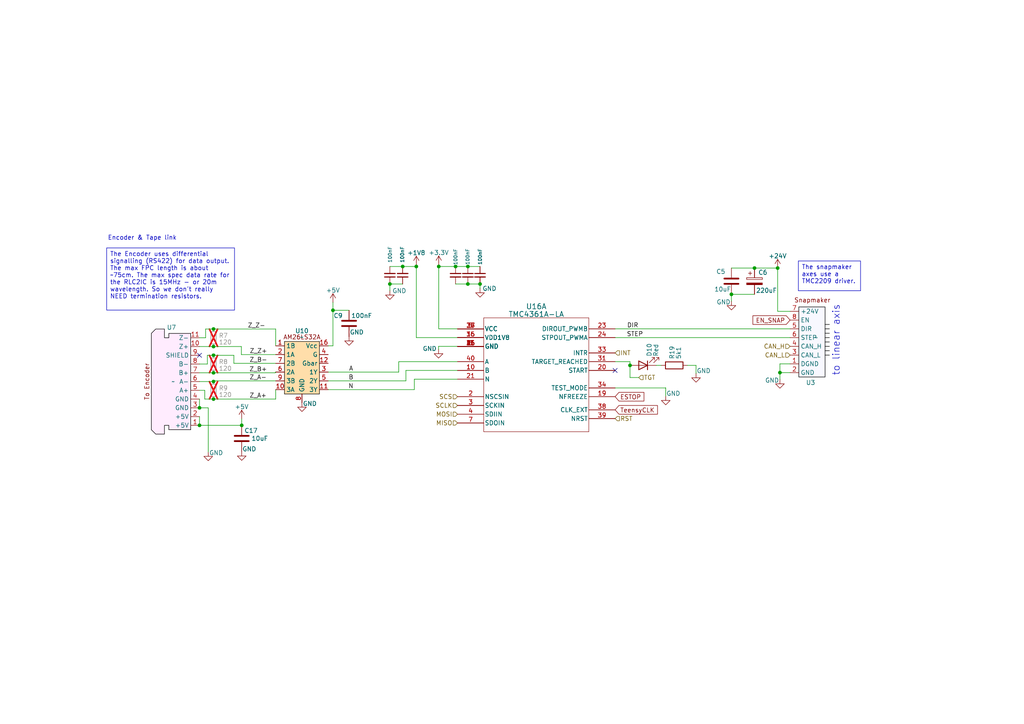
<source format=kicad_sch>
(kicad_sch (version 20230121) (generator eeschema)
  (paper "A4")
  (lib_symbols
    (symbol "Device:C" (pin_numbers hide) (pin_names (offset 0.254))
      (property "Reference" "C" (at 0.635 2.54 0))
      (property "Value" "C" (at 0.635 -2.54 0))
      (symbol "C_0_1"
        (polyline (pts (xy -2.032 -0.762) (xy 2.032 -0.762)) (stroke (width 0.508)))
        (polyline (pts (xy -2.032 0.762) (xy 2.032 0.762)) (stroke (width 0.508)))
      )
      (symbol "C_1_1"
        (pin passive line (at 0 3.81 270) (length 2.794) (name "~") (number "1"))
        (pin passive line (at 0 -3.81 90) (length 2.794) (name "~") (number "2"))
      )
    )
    (symbol "Device:C_Polarized" (pin_numbers hide) (pin_names (offset 0.254))
      (property "Reference" "C" (at 0.635 2.54 0))
      (property "Value" "C_Polarized" (at 0.635 -2.54 0))
      (symbol "C_Polarized_0_1"
        (rectangle (start -2.286 0.508) (end 2.286 1.016))
        (polyline (pts (xy -1.778 2.286) (xy -0.762 2.286)))
        (polyline (pts (xy -1.27 2.794) (xy -1.27 1.778)))
        (rectangle (start 2.286 -0.508) (end -2.286 -1.016) (fill (type outline)))
      )
      (symbol "C_Polarized_1_1"
        (pin passive line (at 0 3.81 270) (length 2.794) (name "~") (number "1"))
        (pin passive line (at 0 -3.81 90) (length 2.794) (name "~") (number "2"))
      )
    )
    (symbol "Device:C_Small" (pin_numbers hide) (pin_names (offset 0.254) hide)
      (property "Reference" "C" (at 0.254 1.778 0))
      (property "Value" "C_Small" (at 0.254 -2.032 0))
      (symbol "C_Small_0_1"
        (polyline (pts (xy -1.524 -0.508) (xy 1.524 -0.508)) (stroke (width 0.3302)))
        (polyline (pts (xy -1.524 0.508) (xy 1.524 0.508)) (stroke (width 0.3048)))
      )
      (symbol "C_Small_1_1"
        (pin passive line (at 0 2.54 270) (length 2.032) (name "~") (number "1"))
        (pin passive line (at 0 -2.54 90) (length 2.032) (name "~") (number "2"))
      )
    )
    (symbol "Device:LED" (pin_numbers hide) (pin_names (offset 1.016) hide)
      (property "Reference" "D" (at 0 2.54 0))
      (property "Value" "LED" (at 0 -2.54 0))
      (symbol "LED_0_1"
        (polyline (pts (xy -1.27 -1.27) (xy -1.27 1.27)) (stroke (width 0.254)))
        (polyline (pts (xy -1.27 0) (xy 1.27 0)))
        (polyline (pts (xy 1.27 -1.27) (xy 1.27 1.27) (xy -1.27 0) (xy 1.27 -1.27)) (stroke (width 0.254)))
        (polyline (pts (xy -3.048 -0.762) (xy -4.572 -2.286) (xy -3.81 -2.286) (xy -4.572 -2.286) (xy -4.572 -1.524)))
        (polyline (pts (xy -1.778 -0.762) (xy -3.302 -2.286) (xy -2.54 -2.286) (xy -3.302 -2.286) (xy -3.302 -1.524)))
      )
      (symbol "LED_1_1"
        (pin passive line (at -3.81 0 0) (length 2.54) (name "K") (number "1"))
        (pin passive line (at 3.81 0 180) (length 2.54) (name "A") (number "2"))
      )
    )
    (symbol "Device:R" (pin_numbers hide) (pin_names (offset 0))
      (property "Reference" "R" (at 2.032 0 90))
      (property "Value" "R" (at 0 0 90))
      (symbol "R_0_1"
        (rectangle (start -1.016 -2.54) (end 1.016 2.54) (stroke (width 0.254)))
      )
      (symbol "R_1_1"
        (pin passive line (at 0 3.81 270) (length 1.27) (name "~") (number "1"))
        (pin passive line (at 0 -3.81 90) (length 1.27) (name "~") (number "2"))
      )
    )
    (symbol "Device:R_Small" (pin_numbers hide) (pin_names (offset 0.254) hide)
      (property "Reference" "R" (at 0.762 0.508 0))
      (property "Value" "R_Small" (at 0.762 -1.016 0))
      (symbol "R_Small_0_1"
        (rectangle (start -0.762 1.778) (end 0.762 -1.778) (stroke (width 0.2032)))
      )
      (symbol "R_Small_1_1"
        (pin passive line (at 0 2.54 270) (length 0.762) (name "~") (number "1"))
        (pin passive line (at 0 -2.54 90) (length 0.762) (name "~") (number "2"))
      )
    )
    (symbol "GND_1" (power) (pin_numbers hide) (pin_names (offset 0) hide)
      (property "Value" "GND_1" (at 0 -3.81 0))
      (symbol "GND_1_0_1"
        (polyline (pts (xy 0 0) (xy 0 -1.27) (xy 1.27 -1.27) (xy 0 -2.54) (xy -1.27 -1.27) (xy 0 -1.27)))
      )
      (symbol "GND_1_1_1"
        (pin power_in line (at 0 0 270) (length 0) hide (name "GND") (number "1"))
      )
    )
    (symbol "GND_2" (power) (pin_numbers hide) (pin_names (offset 0) hide)
      (property "Value" "GND_2" (at 0 -3.81 0))
      (symbol "GND_2_0_1"
        (polyline (pts (xy 0 0) (xy 0 -1.27) (xy 1.27 -1.27) (xy 0 -2.54) (xy -1.27 -1.27) (xy 0 -1.27)))
      )
      (symbol "GND_2_1_1"
        (pin power_in line (at 0 0 270) (length 0) hide (name "GND") (number "1"))
      )
    )
    (symbol "GND_3" (power) (pin_numbers hide) (pin_names (offset 0) hide)
      (property "Value" "GND_3" (at 0 -3.81 0))
      (symbol "GND_3_0_1"
        (polyline (pts (xy 0 0) (xy 0 -1.27) (xy 1.27 -1.27) (xy 0 -2.54) (xy -1.27 -1.27) (xy 0 -1.27)))
      )
      (symbol "GND_3_1_1"
        (pin power_in line (at 0 0 270) (length 0) hide (name "GND") (number "1"))
      )
    )
    (symbol "GND_4" (power) (pin_numbers hide) (pin_names (offset 0) hide)
      (property "Value" "GND_4" (at 0 -3.81 0))
      (symbol "GND_4_0_1"
        (polyline (pts (xy 0 0) (xy 0 -1.27) (xy 1.27 -1.27) (xy 0 -2.54) (xy -1.27 -1.27) (xy 0 -1.27)))
      )
      (symbol "GND_4_1_1"
        (pin power_in line (at 0 0 270) (length 0) hide (name "GND") (number "1"))
      )
    )
    (symbol "GND_5" (power) (pin_numbers hide) (pin_names (offset 0) hide)
      (property "Value" "GND_5" (at 0 -3.81 0))
      (symbol "GND_5_0_1"
        (polyline (pts (xy 0 0) (xy 0 -1.27) (xy 1.27 -1.27) (xy 0 -2.54) (xy -1.27 -1.27) (xy 0 -1.27)))
      )
      (symbol "GND_5_1_1"
        (pin power_in line (at 0 0 270) (length 0) hide (name "GND") (number "1"))
      )
    )
    (symbol "GND_6" (power) (pin_numbers hide) (pin_names (offset 0) hide)
      (property "Value" "GND_6" (at 0 -3.81 0))
      (symbol "GND_6_0_1"
        (polyline (pts (xy 0 0) (xy 0 -1.27) (xy 1.27 -1.27) (xy 0 -2.54) (xy -1.27 -1.27) (xy 0 -1.27)))
      )
      (symbol "GND_6_1_1"
        (pin power_in line (at 0 0 270) (length 0) hide (name "GND") (number "1"))
      )
    )
    (symbol "medjed-mainboard:AM26LS32ACPWR"
      (property "Reference" "U" (at 25.4 11.43 0))
      (symbol "AM26LS32ACPWR_1_1"
        (rectangle (start -5.08 13.97) (end 5.08 -1.27) (stroke (width 0) (color 4 5 4 1)) (fill (type color) (color 255 190 86 0.5)))
        (text "AM26LS32A" (at 0 15.24 0) (effects (font (size 1.27 1.27))))
        (pin input line (at -7.62 12.7 0) (length 2.54) (name "1B") (number "1"))
        (pin input line (at -7.62 0 0) (length 2.54) (name "3A") (number "10"))
        (pin input line (at 7.62 0 180) (length 2.54) (name "3Y") (number "11"))
        (pin input line (at 7.62 7.62 180) (length 2.54) (name "Gbar") (number "12"))
        (pin input line (at 7.62 12.7 180) (length 2.54) (name "Vcc") (number "16"))
        (pin input line (at -7.62 10.16 0) (length 2.54) (name "1A") (number "2"))
        (pin input line (at 7.62 5.08 180) (length 2.54) (name "1Y") (number "3"))
        (pin input line (at 7.62 10.16 180) (length 2.54) (name "G") (number "4"))
        (pin input line (at 7.62 2.54 180) (length 2.54) (name "2Y") (number "5"))
        (pin input line (at -7.62 5.08 0) (length 2.54) (name "2A") (number "6"))
        (pin input line (at -7.62 7.62 0) (length 2.54) (name "2B") (number "7"))
        (pin input line (at 0 -3.81 90) (length 2.54) (name "GND") (number "8"))
        (pin input line (at -7.62 2.54 0) (length 2.54) (name "3B") (number "9"))
      )
    )
    (symbol "medjed-mainboard:Molex_52745-1197"
      (property "Reference" "U" (at 0 0 0))
      (symbol "Molex_52745-1197_1_1"
        (polyline (pts (xy -5.08 13.97) (xy -5.08 -13.97) (xy 1.27 -13.97) (xy 1.27 -12.7) (xy 2.54 -12.7) (xy 2.54 -15.24) (xy 5.08 -15.24) (xy 6.35 -13.97) (xy 6.35 13.97) (xy 5.08 15.24) (xy 2.54 15.24) (xy 2.54 12.7) (xy 1.27 12.7) (xy 1.27 13.97) (xy -5.08 13.97)) (stroke (width 0) (color 0 0 0 1)) (fill (type color) (color 255 202 251 0.37)))
        (text "To Encoder" (at 7.62 0 900) (effects (font (size 1.27 1.27))))
        (pin input line (at -7.62 12.7 0) (length 2.54) (name "+5V") (number "1"))
        (pin input line (at -7.62 -10.16 0) (length 2.54) (name "Z+") (number "10"))
        (pin input line (at -7.62 -12.7 0) (length 2.54) (name "Z-") (number "11"))
        (pin input line (at -7.62 10.16 0) (length 2.54) (name "+5V") (number "2"))
        (pin input line (at -7.62 7.62 0) (length 2.54) (name "GND") (number "3"))
        (pin input line (at -7.62 5.08 0) (length 2.54) (name "GND") (number "4"))
        (pin input line (at -7.62 2.54 0) (length 2.54) (name "A+") (number "5"))
        (pin input line (at -7.62 0 0) (length 2.54) (name "A-") (number "6"))
        (pin input line (at -7.62 -2.54 0) (length 2.54) (name "B+") (number "7"))
        (pin input line (at -7.62 -5.08 0) (length 2.54) (name "B-") (number "8"))
        (pin input line (at -7.62 -7.62 0) (length 2.54) (name "SHIELD") (number "9"))
      )
    )
    (symbol "medjed-mainboard:Snapmaker_8-pin"
      (property "Reference" "U" (at -1.27 10.16 0))
      (symbol "Snapmaker_8-pin_1_1"
        (rectangle (start -5.08 8.89) (end 2.54 -11.43) (stroke (width 0) (color 0 0 0 1)) (fill (type color) (color 90 79 255 0.04)))
        (polyline (pts (xy 2.54 -5.08) (xy 3.81 -5.08)) (stroke (width 0) (color 0 0 0 1)))
        (polyline (pts (xy 2.54 -3.81) (xy 3.81 -3.81)) (stroke (width 0) (color 0 0 0 1)))
        (polyline (pts (xy 2.54 -2.54) (xy 3.81 -2.54)) (stroke (width 0) (color 0 0 0 1)))
        (polyline (pts (xy 2.54 -1.27) (xy 3.81 -1.27)) (stroke (width 0) (color 0 0 0 1)))
        (polyline (pts (xy 2.54 0) (xy 3.81 0)) (stroke (width 0) (color 0 0 0 1)))
        (polyline (pts (xy 2.54 1.27) (xy 3.81 1.27)) (stroke (width 0) (color 0 0 0 1)))
        (polyline (pts (xy 2.54 2.54) (xy 3.81 2.54)) (stroke (width 0) (color 0 0 0 1)))
        (polyline (pts (xy 2.54 3.81) (xy 3.81 3.81)) (stroke (width 0) (color 0 0 0 1)))
        (text "Snapmaker" (at -1.1474 10.8745 0) (effects (font (size 1.27 1.27))))
        (pin input line (at -7.62 -7.62 0) (length 2.54) (name "DGND") (number "1"))
        (pin input line (at -7.62 -10.16 0) (length 2.54) (name "GND") (number "2"))
        (pin input line (at -7.62 -5.08 0) (length 2.54) (name "CAN_L") (number "3"))
        (pin input line (at -7.62 -2.54 0) (length 2.54) (name "CAN_H") (number "4"))
        (pin input line (at -7.62 2.54 0) (length 2.54) (name "DIR") (number "5"))
        (pin input line (at -7.62 0 0) (length 2.54) (name "STEP") (number "6"))
        (pin input line (at -7.62 7.62 0) (length 2.54) (name "+24V") (number "7"))
        (pin input line (at -7.62 5.08 0) (length 2.54) (name "EN") (number "8"))
      )
    )
    (symbol "medjed-mainboard:TMC4361A-LA" (pin_names (offset 0.254))
      (property "Reference" "U" (at 43.18 8.89 0))
      (property "Value" "TMC4361A-LA" (at 43.18 6.35 0))
      (symbol "TMC4361A-LA_1_1"
        (polyline (pts (xy 27.94 -27.94) (xy 58.42 -27.94)) (stroke (width 0.127)))
        (polyline (pts (xy 27.94 5.08) (xy 27.94 -27.94)) (stroke (width 0.127)))
        (polyline (pts (xy 58.42 -27.94) (xy 58.42 5.08)) (stroke (width 0.127)))
        (polyline (pts (xy 58.42 5.08) (xy 27.94 5.08)) (stroke (width 0.127)))
        (pin input line (at 20.32 -10.16 0) (length 7.62) (name "B") (number "10"))
        (pin power_in line (at 20.32 -3.175 0) (length 7.62) (name "GND") (number "15"))
        (pin power_in line (at 20.32 -0.635 0) (length 7.62) (name "VDD1V8") (number "16"))
        (pin input line (at 66.04 -17.78 180) (length 7.62) (name "NFREEZE") (number "19"))
        (pin input line (at 20.32 -17.78 0) (length 7.62) (name "NSCSIN") (number "2"))
        (pin bidirectional line (at 66.04 -10.16 180) (length 7.62) (name "START") (number "20"))
        (pin input line (at 20.32 -12.7 0) (length 7.62) (name "N") (number "21"))
        (pin output line (at 66.04 1.905 180) (length 7.62) (name "DIROUT_PWMB") (number "23"))
        (pin output line (at 66.04 -0.635 180) (length 7.62) (name "STPOUT_PWMA") (number "24"))
        (pin power_in line (at 20.32 -3.175 0) (length 7.62) (name "GND") (number "25"))
        (pin power_in line (at 20.32 1.905 0) (length 7.62) (name "VCC") (number "26"))
        (pin input line (at 20.32 -20.32 0) (length 7.62) (name "SCKIN") (number "3"))
        (pin output line (at 66.04 -7.62 180) (length 7.62) (name "TARGET_REACHED") (number "31"))
        (pin output line (at 66.04 -5.08 180) (length 7.62) (name "INTR") (number "33"))
        (pin input line (at 66.04 -15.24 180) (length 7.62) (name "TEST_MODE") (number "34"))
        (pin power_in line (at 20.32 -0.635 0) (length 7.62) (name "VDD1V8") (number "35"))
        (pin power_in line (at 20.32 -3.175 0) (length 7.62) (name "GND") (number "36"))
        (pin power_in line (at 20.32 1.905 0) (length 7.62) (name "VCC") (number "37"))
        (pin input line (at 66.04 -21.59 180) (length 7.62) (name "CLK_EXT") (number "38"))
        (pin input line (at 66.04 -24.13 180) (length 7.62) (name "NRST") (number "39"))
        (pin input line (at 20.32 -22.86 0) (length 7.62) (name "SDIIN") (number "4"))
        (pin bidirectional line (at 20.32 -7.62 0) (length 7.62) (name "A") (number "40"))
        (pin power_in line (at 20.32 -3.175 0) (length 7.62) (name "GND") (number "41"))
        (pin power_in line (at 20.32 1.905 0) (length 7.62) (name "VCC") (number "5"))
        (pin power_in line (at 20.32 -3.175 0) (length 7.62) (name "GND") (number "6"))
        (pin output line (at 20.32 -25.4 0) (length 7.62) (name "SDOIN") (number "7"))
      )
      (symbol "TMC4361A-LA_2_1"
        (rectangle (start 34.29 1.27) (end 74.93 -15.24))
        (pin no_connect line (at 57.15 -22.86 90) (length 7.62) (name "ANEG_NSCLK") (number "1"))
        (pin no_connect line (at 59.69 -22.86 90) (length 7.62) (name "BNEG_NSDI") (number "11"))
        (pin no_connect line (at 44.45 -22.86 90) (length 7.62) (name "STOPL") (number "12"))
        (pin no_connect line (at 64.77 -22.86 90) (length 7.62) (name "HOME_REF") (number "13"))
        (pin no_connect line (at 41.91 -22.86 90) (length 7.62) (name "STOPR") (number "14"))
        (pin no_connect line (at 72.39 -22.86 90) (length 7.62) (name "STPIN") (number "17"))
        (pin no_connect line (at 69.85 -22.86 90) (length 7.62) (name "DIRIN") (number "18"))
        (pin no_connect line (at 62.23 -22.86 90) (length 7.62) (name "NNEG") (number "22"))
        (pin no_connect line (at 54.61 -22.86 90) (length 7.62) (name "SDODRV_SCLK") (number "27"))
        (pin no_connect line (at 52.07 -22.86 90) (length 7.62) (name "SDIDRV_NSCLK") (number "28"))
        (pin no_connect line (at 46.99 -22.86 90) (length 7.62) (name "SCKDRV_NSDO") (number "29"))
        (pin no_connect line (at 49.53 -22.86 90) (length 7.62) (name "NSCSDRV_SDO") (number "30"))
        (pin no_connect line (at 67.31 -22.86 90) (length 7.62) (name "STDBY_CLK") (number "32"))
        (pin no_connect line (at 39.37 -22.86 90) (length 7.62) (name "MP1") (number "8"))
        (pin no_connect line (at 36.83 -22.86 90) (length 7.62) (name "MP2") (number "9"))
      )
    )
    (symbol "power:+1V8" (power) (pin_numbers hide) (pin_names (offset 0) hide)
      (property "Value" "+1V8" (at 0 3.556 0))
      (symbol "+1V8_0_1"
        (polyline (pts (xy -0.762 1.27) (xy 0 2.54)))
        (polyline (pts (xy 0 0) (xy 0 2.54)))
        (polyline (pts (xy 0 2.54) (xy 0.762 1.27)))
      )
      (symbol "+1V8_1_1"
        (pin power_in line (at 0 0 90) (length 0) hide (name "+1V8") (number "1"))
      )
    )
    (symbol "power:+24V" (power) (pin_numbers hide) (pin_names (offset 0) hide)
      (property "Value" "+24V" (at 0 3.556 0))
      (symbol "+24V_0_1"
        (polyline (pts (xy -0.762 1.27) (xy 0 2.54)))
        (polyline (pts (xy 0 0) (xy 0 2.54)))
        (polyline (pts (xy 0 2.54) (xy 0.762 1.27)))
      )
      (symbol "+24V_1_1"
        (pin power_in line (at 0 0 90) (length 0) hide (name "+24V") (number "1"))
      )
    )
    (symbol "power:+3.3V" (power) (pin_numbers hide) (pin_names (offset 0) hide)
      (property "Value" "+3.3V" (at 0 3.556 0))
      (symbol "+3.3V_0_1"
        (polyline (pts (xy -0.762 1.27) (xy 0 2.54)))
        (polyline (pts (xy 0 0) (xy 0 2.54)))
        (polyline (pts (xy 0 2.54) (xy 0.762 1.27)))
      )
      (symbol "+3.3V_1_1"
        (pin power_in line (at 0 0 90) (length 0) hide (name "+3.3V") (number "1"))
      )
    )
    (symbol "power:+5V" (power) (pin_numbers hide) (pin_names (offset 0) hide)
      (property "Value" "+5V" (at 0 3.556 0))
      (symbol "+5V_0_1"
        (polyline (pts (xy -0.762 1.27) (xy 0 2.54)))
        (polyline (pts (xy 0 0) (xy 0 2.54)))
        (polyline (pts (xy 0 2.54) (xy 0.762 1.27)))
      )
      (symbol "+5V_1_1"
        (pin power_in line (at 0 0 90) (length 0) hide (name "+5V") (number "1"))
      )
    )
  )
  (junction (at 132.1308 77.2922))
  (junction (at 61.9252 115.7478))
  (junction (at 226.2124 108.077))
  (junction (at 57.8612 123.3678))
  (junction (at 61.9252 95.4278))
  (junction (at 116.7892 77.2922))
  (junction (at 57.8612 118.2878))
  (junction (at 70.104 123.3678))
  (junction (at 135.699 82.3722))
  (junction (at 225.552 77.7494))
  (junction (at 113.0808 82.3722))
  (junction (at 182.7276 105.9688))
  (junction (at 135.699 77.2922))
  (junction (at 127.254 77.2922))
  (junction (at 218.8353 77.7494))
  (junction (at 61.9252 100.5078))
  (junction (at 212.1408 85.3694))
  (junction (at 96.5708 89.9922))
  (junction (at 61.9252 108.1278))
  (junction (at 120.7516 77.2922))
  (junction (at 139.2267 82.3722))
  (junction (at 61.9252 103.0478))
  (junction (at 61.9252 110.6678))
  (no_connect (at 178.4096 107.442))
  (no_connect (at 57.8612 103.0478))
  (wire (pts (xy 95.1992 107.9246) (xy 115.6499 107.9246)))
  (wire (pts (xy 115.6499 104.902) (xy 132.6896 104.902)))
  (wire (pts (xy 57.8612 118.2878) (xy 60.4012 118.2878)))
  (wire (pts (xy 178.4096 95.377) (xy 229.1484 95.377)))
  (wire (pts (xy 139.2267 77.2922) (xy 135.699 77.2922)))
  (wire (pts (xy 57.8612 123.3678) (xy 70.104 123.3678)))
  (wire (pts (xy 135.699 77.2922) (xy 132.1308 77.2922)))
  (wire (pts (xy 201.8792 105.9688) (xy 201.8792 108.3056)))
  (wire (pts (xy 226.2124 108.077) (xy 226.2124 110.0582)))
  (wire (pts (xy 61.9252 95.4278) (xy 79.9592 95.4278)))
  (wire (pts (xy 212.1408 85.3694) (xy 218.8353 85.3694)))
  (wire (pts (xy 67.8342 103.0478) (xy 67.8342 105.3846)))
  (wire (pts (xy 139.2267 82.3722) (xy 139.2267 83.6422)))
  (wire (pts (xy 226.2124 105.537) (xy 226.2124 108.077)))
  (wire (pts (xy 57.8612 110.6678) (xy 61.9252 110.6678)))
  (wire (pts (xy 61.9252 110.4646) (xy 79.9592 110.4646)))
  (wire (pts (xy 127.2032 100.457) (xy 127.2032 101.3206)))
  (wire (pts (xy 229.1484 108.077) (xy 226.2124 108.077)))
  (wire (pts (xy 113.0808 77.2922) (xy 116.7892 77.2922)))
  (wire (pts (xy 120.7516 97.917) (xy 132.6896 97.917)))
  (wire (pts (xy 96.5708 89.9922) (xy 101.2444 89.9922)))
  (wire (pts (xy 61.9252 103.0478) (xy 67.8342 103.0478)))
  (wire (pts (xy 57.8612 108.1278) (xy 61.9252 108.1278)))
  (wire (pts (xy 182.7276 104.902) (xy 182.7276 105.9688)))
  (wire (pts (xy 70.0097 102.8446) (xy 70.0097 100.5078)))
  (wire (pts (xy 117.7327 110.4646) (xy 117.7327 107.442)))
  (wire (pts (xy 70.104 121.4882) (xy 70.104 123.3678)))
  (wire (pts (xy 57.8612 100.5078) (xy 61.9252 100.5078)))
  (wire (pts (xy 79.9084 107.9246) (xy 79.9592 107.9246)))
  (wire (pts (xy 95.1992 110.4646) (xy 117.7327 110.4646)))
  (wire (pts (xy 212.1408 85.3694) (xy 212.1408 87.3506)))
  (wire (pts (xy 59.6328 95.4278) (xy 61.9252 95.4278)))
  (wire (pts (xy 59.3911 115.7478) (xy 61.9252 115.7478)))
  (wire (pts (xy 178.4096 97.917) (xy 229.1484 97.917)))
  (wire (pts (xy 60.4012 118.2878) (xy 60.4012 131.0894)))
  (wire (pts (xy 120.7516 97.917) (xy 120.7516 77.2922)))
  (wire (pts (xy 120.1711 113.0046) (xy 120.1711 109.982)))
  (wire (pts (xy 79.9592 95.4278) (xy 79.9592 100.3046)))
  (wire (pts (xy 117.7327 107.442) (xy 132.6896 107.442)))
  (wire (pts (xy 225.552 77.7494) (xy 225.552 90.297)))
  (wire (pts (xy 57.8612 113.2078) (xy 59.3911 113.2078)))
  (wire (pts (xy 127.254 76.7842) (xy 127.254 77.2922)))
  (wire (pts (xy 57.8612 105.5878) (xy 60.1472 105.5878)))
  (wire (pts (xy 67.8342 105.3846) (xy 79.9592 105.3846)))
  (wire (pts (xy 57.8612 115.7478) (xy 57.8612 118.2878)))
  (wire (pts (xy 113.0808 82.3722) (xy 116.7892 82.3722)))
  (wire (pts (xy 135.699 82.3722) (xy 139.2267 82.3722)))
  (wire (pts (xy 57.8612 97.9678) (xy 59.6328 97.9678)))
  (wire (pts (xy 95.1992 100.3046) (xy 96.5708 100.3046)))
  (wire (pts (xy 132.1308 82.3722) (xy 135.699 82.3722)))
  (wire (pts (xy 116.7892 77.2922) (xy 120.7516 77.2922)))
  (wire (pts (xy 182.7276 109.4994) (xy 185.2676 109.4994)))
  (wire (pts (xy 57.8612 120.8278) (xy 57.8612 123.3678)))
  (wire (pts (xy 193.04 112.522) (xy 178.4096 112.522)))
  (wire (pts (xy 120.7516 77.2922) (xy 120.7516 76.835)))
  (wire (pts (xy 96.5708 89.9922) (xy 96.5708 100.3046)))
  (wire (pts (xy 96.5708 87.7062) (xy 96.5708 89.9922)))
  (wire (pts (xy 182.7276 105.9688) (xy 182.7276 109.4994)))
  (wire (pts (xy 70.0097 102.8446) (xy 79.9592 102.8446)))
  (wire (pts (xy 61.9252 110.4646) (xy 61.9252 110.6678)))
  (wire (pts (xy 79.9084 108.1278) (xy 79.9084 107.9246)))
  (wire (pts (xy 190.3476 105.9688) (xy 191.7446 105.9688)))
  (wire (pts (xy 127.254 95.377) (xy 132.6896 95.377)))
  (wire (pts (xy 115.6499 107.9246) (xy 115.6499 104.902)))
  (wire (pts (xy 226.2124 105.537) (xy 229.1484 105.537)))
  (wire (pts (xy 79.9592 113.0046) (xy 79.9592 115.7478)))
  (wire (pts (xy 60.1472 103.0478) (xy 61.9252 103.0478)))
  (wire (pts (xy 59.3911 113.2078) (xy 59.3911 115.7478)))
  (wire (pts (xy 60.1472 105.5878) (xy 60.1472 103.0478)))
  (wire (pts (xy 199.3646 105.9688) (xy 201.8792 105.9688)))
  (wire (pts (xy 61.9252 100.5078) (xy 70.0097 100.5078)))
  (wire (pts (xy 61.9252 115.7478) (xy 79.9592 115.7478)))
  (wire (pts (xy 132.1308 77.2922) (xy 127.254 77.2922)))
  (wire (pts (xy 127.254 77.2922) (xy 127.254 95.377)))
  (wire (pts (xy 61.9252 108.1278) (xy 79.9084 108.1278)))
  (wire (pts (xy 193.04 112.4966) (xy 193.0908 112.4966)))
  (wire (pts (xy 225.552 90.297) (xy 229.1484 90.297)))
  (wire (pts (xy 193.04 112.4966) (xy 193.04 112.522)))
  (wire (pts (xy 113.0808 82.3722) (xy 113.0808 84.3026)))
  (wire (pts (xy 218.8353 77.7494) (xy 225.552 77.7494)))
  (wire (pts (xy 193.0908 112.4966) (xy 193.0908 114.8842)))
  (wire (pts (xy 120.1711 109.982) (xy 132.6896 109.982)))
  (wire (pts (xy 212.1408 77.7494) (xy 218.8353 77.7494)))
  (wire (pts (xy 59.6328 97.9678) (xy 59.6328 95.4278)))
  (wire (pts (xy 95.1992 113.0046) (xy 120.1711 113.0046)))
  (wire (pts (xy 178.4096 104.902) (xy 182.7276 104.902)))
  (wire (pts (xy 132.6896 100.457) (xy 127.2032 100.457)))
  (text_box "The snapmaker axes use a TMC2209 driver.\n" (at 231.5614 75.692 0) (size 18.034 8.636) (effects (font (size 1.27 1.27)) (justify left top)))
  (text_box "The Encoder uses differential signalling (RS422) for data output. The max FPC length is about ~75cm. The max spec data rate for the RLC2IC is 15MHz - or 20m wavelength. So we don't really NEED termination resistors. \n" (at 30.9372 71.9074 0) (size 37.084 18.034) (effects (font (size 1.27 1.27)) (justify left top)))
  (text "Encoder & Tape link" (at 31.242 69.85 0) (effects (font (size 1.27 1.27)) (justify left bottom)))
  (text "to linear axis\n" (at 243.6876 109.1438 90) (effects (font (size 2 2)) (justify left bottom)))
  (label "Z_B-" (at 72.3392 105.3846 0))
  (label "N" (at 101.0178 113.0046 0))
  (label "Z_B+" (at 72.2884 108.1278 0))
  (label "Z_Z+" (at 72.39 102.8446 0))
  (label "B" (at 101.0752 110.4646 0))
  (label "Z_Z-" (at 71.8312 95.4278 0))
  (label "STEP" (at 181.7557 97.917 0))
  (label "DIR" (at 181.8422 95.377 0))
  (label "Z_A+" (at 72.3392 115.7478 0))
  (label "Z_A-" (at 72.3392 110.4646 0))
  (label "A" (at 101.1901 107.9246 0))
  (global_label "ESTOP" (shape input) (at 178.4096 115.062 0) (property "Intersheetrefs" "${INTERSHEET_REFS}" (effects hide)))
  (global_label "TeensyCLK" (shape input) (at 178.4096 118.872 0) (property "Intersheetrefs" "${INTERSHEET_REFS}" (effects hide)))
  (global_label "EN_SNAP" (shape input) (at 229.1484 92.837 180) (property "Intersheetrefs" "${INTERSHEET_REFS}" (effects hide)))
  (hierarchical_label "TGT" (shape input) (at 185.2676 109.4994 0))
  (hierarchical_label "MOSI" (shape input) (at 132.6896 120.142 180))
  (hierarchical_label "SCLK" (shape input) (at 132.6896 117.602 180))
  (hierarchical_label "CAN_H" (shape input) (at 229.1484 100.457 180))
  (hierarchical_label "CAN_L" (shape input) (at 229.1484 102.997 180))
  (hierarchical_label "MISO" (shape input) (at 132.6896 122.682 180))
  (hierarchical_label "INT" (shape input) (at 178.4096 102.362 0))
  (hierarchical_label "RST" (shape input) (at 178.4096 121.412 0))
  (hierarchical_label "SCS" (shape input) (at 132.6896 115.062 180))
  (symbol (lib_id "medjed-mainboard:Molex_52745-1197") (at 50.2412 110.6678 180) (unit 1)
    (property "Reference" "U7" (at 48.3616 94.9706 0) (effects (justify right)))
    (property "Value" "~" (at 50.2412 110.6678 0))
    (property "Footprint" "medjed-mainboard:Molex 52745-1197" (effects hide))
    (property "Datasheet" "https://www.molex.com/webdocs/datasheets/pdf/en-us/0527451197_FFC_FPC_CONNECTORS.pdf" (effects hide))
    (property "Mouser" "538-52745-1197" (effects hide))
    (instances (project "medjed-mainboard" (path "" (reference "U7") (unit 1)) (path "" (reference "U19") (unit 1)) (path "" (reference "U2") (unit 1)) (path "" (reference "U6") (unit 1))))
  )
  (symbol (lib_id "Device:C_Small") (at 116.7892 79.8322 180) (unit 1)
    (property "Reference" "C38" (effects hide))
    (property "Value" "100nF" (at 116.6887 73.8378 90) (effects (font (size 1 1))))
    (property "Footprint" "Capacitor_SMD:C_0603_1608Metric" (effects hide))
    (property "Mouser" "810-C1608X7R1H104KEP" (effects hide))
    (instances (project "medjed-mainboard" (path "" (reference "C38") (unit 1)) (path "" (reference "C44") (unit 1)) (path "" (reference "C4") (unit 1)) (path "" (reference "C22") (unit 1))))
  )
  (symbol (lib_id "power:+5V") (at 70.104 121.4882 0) (unit 1)
    (property "Reference" "#PWR026" (effects hide))
    (property "Value" "+5V" (at 70.104 117.9863 0))
    (instances (project "medjed-mainboard" (path "" (reference "#PWR026") (unit 1)) (path "" (reference "#PWR064") (unit 1)) (path "" (reference "#PWR02") (unit 1)) (path "" (reference "#PWR033") (unit 1))))
  )
  (symbol (lib_name "GND_3") (lib_id "power:GND") (at 113.0808 84.3026 0) (unit 1)
    (property "Reference" "#PWR041" (effects hide))
    (property "Value" "GND" (at 115.824 84.3534 0))
    (instances (project "medjed-mainboard" (path "" (reference "#PWR041") (unit 1)) (path "" (reference "#PWR067") (unit 1)) (path "" (reference "#PWR07") (unit 1)) (path "" (reference "#PWR038") (unit 1))))
  )
  (symbol (lib_id "medjed-mainboard:Snapmaker_8-pin") (at 236.7684 97.917 0) (unit 1)
    (property "Reference" "U3" (at 233.7308 110.9726 0) (effects (justify left)))
    (property "Value" "~" (at 236.7684 97.917 0))
    (property "Footprint" "medjed-mainboard:snapmaker_8-pin" (effects hide))
    (property "Datasheet" "https://www.3djake.com/snapmaker/converter" (effects hide))
    (property "Notes" "Connectors need to be stripped from part above" (effects hide))
    (instances (project "medjed-mainboard" (path "" (reference "U3") (unit 1)) (path "" (reference "U18") (unit 1)) (path "" (reference "U5") (unit 1)) (path "" (reference "U9") (unit 1))))
  )
  (symbol (lib_name "GND_3") (lib_id "power:GND") (at 139.2267 83.6422 0) (unit 1)
    (property "Reference" "#PWR041" (effects hide))
    (property "Value" "GND" (at 141.9699 83.693 0))
    (instances (project "medjed-mainboard" (path "" (reference "#PWR041") (unit 1)) (path "" (reference "#PWR050") (unit 1)) (path "" (reference "#PWR011") (unit 1)) (path "" (reference "#PWR044") (unit 1))))
  )
  (symbol (lib_id "Device:LED") (at 186.5376 105.9688 180) (unit 1)
    (property "Reference" "D10" (at 188.3156 103.4288 90) (effects (justify right)))
    (property "Value" "Red" (at 190.2366 103.4288 90) (effects (justify right)))
    (property "Footprint" "LED_SMD:LED_0805_2012Metric" (effects hide))
    (property "Datasheet" "https://nl.mouser.com/datasheet/2/445/150080RS75000-3084988.pdf" (effects hide))
    (property "Mouser" "710-150080RS75000" (effects hide))
    (instances (project "medjed-mainboard" (path "" (reference "D10") (unit 1)) (path "" (reference "D6") (unit 1)) (path "" (reference "D5") (unit 1)) (path "" (reference "D7") (unit 1))))
  )
  (symbol (lib_id "medjed-mainboard:AM26LS32ACPWR") (at 87.5792 113.0046 0) (unit 1)
    (property "Reference" "U10" (at 87.5792 95.9691 0))
    (property "Value" "~" (at 87.5834 97.7749 0))
    (property "Footprint" "medjed-mainboard:TSSOP-16-AM26LS32A" (effects hide))
    (property "Datasheet" "https://www.ti.com/lit/ds/symlink/am26ls32ac.pdf?ts=1680896189222&ref_url=https%253A%252F%252Fwww.ti.com%252Finterface%252Frs-485-rs-422%252Fproducts.html" (effects hide))
    (property "Mouser" "595-AM26LS32ACPWR" (effects hide))
    (instances (project "medjed-mainboard" (path "" (reference "U10") (unit 1)) (path "" (reference "U20") (unit 1)) (path "" (reference "U3") (unit 1)) (path "" (reference "U7") (unit 1))))
  )
  (symbol (lib_id "Device:C_Polarized") (at 218.8353 81.5594 0) (unit 1)
    (property "Reference" "C6" (at 219.9132 79.0194 0) (effects (justify left)))
    (property "Value" "220uF" (at 219.2528 84.2518 0) (effects (justify left)))
    (property "Footprint" "medjed-mainboard:CP_Elec_220uf" (effects hide))
    (property "Mouser" "80-EDK227M050A9PAA" (effects hide))
    (instances (project "medjed-mainboard" (path "" (reference "C6") (unit 1)) (path "" (reference "C46") (unit 1)) (path "" (reference "C16") (unit 1)) (path "" (reference "C28") (unit 1))))
  )
  (symbol (lib_id "Device:C_Small") (at 139.2267 79.8322 0) (unit 1)
    (property "Reference" "C34" (effects hide))
    (property "Value" "100nF" (at 139.2428 74.4474 90) (effects (font (size 1 1))))
    (property "Footprint" "Capacitor_SMD:C_0603_1608Metric" (effects hide))
    (property "Mouser" "810-C1608X7R1H104KEP" (effects hide))
    (instances (project "medjed-mainboard" (path "" (reference "C34") (unit 1)) (path "" (reference "C40") (unit 1)) (path "" (reference "C9") (unit 1)) (path "" (reference "C25") (unit 1))))
  )
  (symbol (lib_name "GND_4") (lib_id "power:GND") (at 60.4012 131.0894 0) (unit 1)
    (property "Reference" "#PWR05" (effects hide))
    (property "Value" "GND" (at 62.6872 131.3434 0))
    (instances (project "medjed-mainboard" (path "" (reference "#PWR05") (unit 1)) (path "" (reference "#PWR060") (unit 1)) (path "" (reference "#PWR01") (unit 1)) (path "" (reference "#PWR026") (unit 1))))
  )
  (symbol (lib_id "power:+24V") (at 225.552 77.7494 0) (unit 1)
    (property "Reference" "#PWR023" (effects hide))
    (property "Value" "+24V" (at 225.552 74.2475 0))
    (instances (project "medjed-mainboard" (path "" (reference "#PWR023") (unit 1)) (path "" (reference "#PWR058") (unit 1)) (path "" (reference "#PWR021") (unit 1)) (path "" (reference "#PWR053") (unit 1))))
  )
  (symbol (lib_id "Device:C_Small") (at 132.1308 79.8322 0) (unit 1)
    (property "Reference" "C36" (effects hide))
    (property "Value" "100nF" (at 132.1308 74.4982 90) (effects (font (size 1 1))))
    (property "Footprint" "Capacitor_SMD:C_0603_1608Metric" (effects hide))
    (property "Mouser" "810-C1608X7R1H104KEP" (effects hide))
    (instances (project "medjed-mainboard" (path "" (reference "C36") (unit 1)) (path "" (reference "C42") (unit 1)) (path "" (reference "C5") (unit 1)) (path "" (reference "C23") (unit 1))))
  )
  (symbol (lib_name "GND_1") (lib_id "power:GND") (at 212.1408 87.3506 0) (unit 1)
    (property "Reference" "#PWR06" (effects hide))
    (property "Value" "GND" (at 209.8548 87.6046 0))
    (instances (project "medjed-mainboard" (path "" (reference "#PWR06") (unit 1)) (path "" (reference "#PWR066") (unit 1)) (path "" (reference "#PWR020") (unit 1)) (path "" (reference "#PWR046") (unit 1))))
  )
  (symbol (lib_id "Device:R_Small") (at 61.9252 113.2078 0) (unit 1) (dnp yes)
    (property "Reference" "R9" (at 63.4238 112.5641 0) (effects (justify left)))
    (property "Value" "120" (at 63.4238 114.4851 0) (effects (justify left)))
    (property "Footprint" "Resistor_SMD:R_0402_1005Metric_Pad0.72x0.64mm_HandSolder" (effects hide))
    (property "Mouser" "667-ERA-2AED121X" (effects hide))
    (instances (project "medjed-mainboard" (path "" (reference "R9") (unit 1)) (path "" (reference "R20") (unit 1)) (path "" (reference "R3") (unit 1)) (path "" (reference "R7") (unit 1))))
  )
  (symbol (lib_id "medjed-mainboard:TMC4361A-LA") (at 112.3696 97.282 0) (unit 1)
    (property "Reference" "U16" (at 155.5496 88.8824 0) (effects (font (size 1.524 1.524))))
    (property "Value" "TMC4361A-LA" (at 155.5496 91.1366 0) (effects (font (size 1.524 1.524))))
    (property "Footprint" "medjed-mainboard:TMC4361A_QFN40_6X6_TRI" (effects hide))
    (property "Datasheet" "https://nl.mouser.com/datasheet/2/609/TMC4361A_LA_datasheet_Rev1_24-3114635.pdf" (effects hide))
    (property "Mouser" "700-TMC4361A-LA-T" (effects hide))
    (instances (project "medjed-mainboard" (path "" (reference "U16") (unit 1)) (path "" (reference "U17") (unit 1)) (path "" (reference "U4") (unit 1)) (path "" (reference "U8") (unit 1))))
  )
  (symbol (lib_id "power:+1V8") (at 120.7516 76.835 0) (unit 1)
    (property "Reference" "#PWR054" (effects hide))
    (property "Value" "+1V8" (at 120.7516 73.3331 0))
    (instances (project "medjed-mainboard" (path "" (reference "#PWR054") (unit 1)) (path "" (reference "#PWR052") (unit 1)) (path "" (reference "#PWR08") (unit 1)) (path "" (reference "#PWR039") (unit 1))))
  )
  (symbol (lib_name "GND_3") (lib_id "power:GND") (at 127.2032 101.3206 0) (unit 1)
    (property "Reference" "#PWR041" (effects hide))
    (property "Value" "GND" (at 124.6124 101.1174 0))
    (instances (project "medjed-mainboard" (path "" (reference "#PWR041") (unit 1)) (path "" (reference "#PWR068") (unit 1)) (path "" (reference "#PWR09") (unit 1)) (path "" (reference "#PWR040") (unit 1))))
  )
  (symbol (lib_id "Device:C") (at 70.104 127.1778 0) (unit 1)
    (property "Reference" "C17" (at 70.866 124.8918 0) (effects (justify left)))
    (property "Value" "10uF" (at 72.898 127.1778 0) (effects (justify left)))
    (property "Footprint" "Capacitor_SMD:C_0805_2012Metric" (effects hide))
    (property "Mouser" "810-C2012X7S1E106125" (effects hide))
    (instances (project "medjed-mainboard" (path "" (reference "C17") (unit 1)) (path "" (reference "C47") (unit 1)) (path "" (reference "C1") (unit 1)) (path "" (reference "C17") (unit 1))))
  )
  (symbol (lib_id "power:+3.3V") (at 127.254 76.7842 0) (unit 1)
    (property "Reference" "#PWR053" (effects hide))
    (property "Value" "+3.3V" (at 127.254 73.2823 0))
    (instances (project "medjed-mainboard" (path "" (reference "#PWR053") (unit 1)) (path "" (reference "#PWR051") (unit 1)) (path "" (reference "#PWR010") (unit 1)) (path "" (reference "#PWR041") (unit 1))))
  )
  (symbol (lib_id "Device:R_Small") (at 61.9252 97.9678 0) (unit 1) (dnp yes)
    (property "Reference" "R7" (at 63.4238 97.3241 0) (effects (justify left)))
    (property "Value" "120" (at 63.4238 99.2451 0) (effects (justify left)))
    (property "Footprint" "Resistor_SMD:R_0402_1005Metric_Pad0.72x0.64mm_HandSolder" (effects hide))
    (property "Mouser" "667-ERA-2AED121X" (effects hide))
    (instances (project "medjed-mainboard" (path "" (reference "R7") (unit 1)) (path "" (reference "R17") (unit 1)) (path "" (reference "R1") (unit 1)) (path "" (reference "R5") (unit 1))))
  )
  (symbol (lib_name "GND_6") (lib_id "power:GND") (at 87.5792 116.8146 0) (unit 1)
    (property "Reference" "#PWR011" (effects hide))
    (property "Value" "GND" (at 89.8652 117.0686 0))
    (instances (project "medjed-mainboard" (path "" (reference "#PWR011") (unit 1)) (path "" (reference "#PWR062") (unit 1)) (path "" (reference "#PWR04") (unit 1)) (path "" (reference "#PWR035") (unit 1))))
  )
  (symbol (lib_name "GND_5") (lib_id "power:GND") (at 70.104 130.9878 0) (unit 1)
    (property "Reference" "#PWR044" (effects hide))
    (property "Value" "GND" (at 72.3138 130.2258 0))
    (instances (project "medjed-mainboard" (path "" (reference "#PWR044") (unit 1)) (path "" (reference "#PWR061") (unit 1)) (path "" (reference "#PWR03") (unit 1)) (path "" (reference "#PWR034") (unit 1))))
  )
  (symbol (lib_id "Device:C_Small") (at 113.0808 79.8322 180) (unit 1)
    (property "Reference" "C37" (effects hide))
    (property "Value" "100nF" (at 113.1316 73.8378 90) (effects (font (size 1 1))))
    (property "Footprint" "Capacitor_SMD:C_0603_1608Metric" (effects hide))
    (property "Mouser" "810-C1608X7R1H104KEP" (effects hide))
    (instances (project "medjed-mainboard" (path "" (reference "C37") (unit 1)) (path "" (reference "C43") (unit 1)) (path "" (reference "C3") (unit 1)) (path "" (reference "C19") (unit 1))))
  )
  (symbol (lib_name "GND_5") (lib_id "power:GND") (at 101.2444 97.6122 0) (unit 1)
    (property "Reference" "#PWR044" (effects hide))
    (property "Value" "GND" (at 103.4796 96.3422 0))
    (instances (project "medjed-mainboard" (path "" (reference "#PWR044") (unit 1)) (path "" (reference "#PWR063") (unit 1)) (path "" (reference "#PWR06") (unit 1)) (path "" (reference "#PWR037") (unit 1))))
  )
  (symbol (lib_id "Device:R_Small") (at 61.9252 105.5878 0) (unit 1) (dnp yes)
    (property "Reference" "R8" (at 63.4238 104.9441 0) (effects (justify left)))
    (property "Value" "120" (at 63.4238 106.8651 0) (effects (justify left)))
    (property "Footprint" "Resistor_SMD:R_0402_1005Metric_Pad0.72x0.64mm_HandSolder" (effects hide))
    (property "Mouser" "667-ERA-2AED121X" (effects hide))
    (instances (project "medjed-mainboard" (path "" (reference "R8") (unit 1)) (path "" (reference "R18") (unit 1)) (path "" (reference "R2") (unit 1)) (path "" (reference "R6") (unit 1))))
  )
  (symbol (lib_id "Device:C") (at 212.1408 81.5594 0) (unit 1)
    (property "Reference" "C5" (at 207.7212 78.7654 0) (effects (justify left)))
    (property "Value" "10uF" (at 207.1624 83.8962 0) (effects (justify left)))
    (property "Footprint" "Capacitor_SMD:C_0805_2012Metric" (effects hide))
    (property "Mouser" "810-C2012X7S1E106125" (effects hide))
    (instances (project "medjed-mainboard" (path "" (reference "C5") (unit 1)) (path "" (reference "C45") (unit 1)) (path "" (reference "C11") (unit 1)) (path "" (reference "C27") (unit 1))))
  )
  (symbol (lib_id "Device:C_Small") (at 135.699 79.8322 0) (unit 1)
    (property "Reference" "C35" (effects hide))
    (property "Value" "100nF" (at 135.636 74.4474 90) (effects (font (size 1 1))))
    (property "Footprint" "Capacitor_SMD:C_0603_1608Metric" (effects hide))
    (property "Mouser" "810-C1608X7R1H104KEP" (effects hide))
    (instances (project "medjed-mainboard" (path "" (reference "C35") (unit 1)) (path "" (reference "C41") (unit 1)) (path "" (reference "C6") (unit 1)) (path "" (reference "C24") (unit 1))))
  )
  (symbol (lib_id "power:+5V") (at 96.5708 87.7062 0) (unit 1)
    (property "Reference" "#PWR026" (effects hide))
    (property "Value" "+5V" (at 96.5708 84.2043 0))
    (instances (project "medjed-mainboard" (path "" (reference "#PWR026") (unit 1)) (path "" (reference "#PWR065") (unit 1)) (path "" (reference "#PWR05") (unit 1)) (path "" (reference "#PWR036") (unit 1))))
  )
  (symbol (lib_name "GND_2") (lib_id "power:GND") (at 201.8792 108.3056 0) (unit 1)
    (property "Reference" "#PWR055" (effects hide))
    (property "Value" "GND" (at 204.089 107.5436 0))
    (instances (project "medjed-mainboard" (path "" (reference "#PWR055") (unit 1)) (path "" (reference "#PWR055") (unit 1)) (path "" (reference "#PWR056") (unit 1)) (path "" (reference "#PWR069") (unit 1))))
  )
  (symbol (lib_id "Device:C") (at 101.2444 93.8022 0) (unit 1)
    (property "Reference" "C9" (at 96.7232 91.567 0) (effects (justify left)))
    (property "Value" "100nF" (at 101.854 91.567 0) (effects (justify left)))
    (property "Footprint" "Capacitor_SMD:C_0603_1608Metric" (effects hide))
    (property "Mouser" "810-C1608X7R1H104KEP" (effects hide))
    (instances (project "medjed-mainboard" (path "" (reference "C9") (unit 1)) (path "" (reference "C48") (unit 1)) (path "" (reference "C2") (unit 1)) (path "" (reference "C18") (unit 1))))
  )
  (symbol (lib_name "GND_1") (lib_id "power:GND") (at 226.2124 110.0582 0) (unit 1)
    (property "Reference" "#PWR06" (effects hide))
    (property "Value" "GND" (at 223.9264 110.3122 0))
    (instances (project "medjed-mainboard" (path "" (reference "#PWR06") (unit 1)) (path "" (reference "#PWR059") (unit 1)) (path "" (reference "#PWR023") (unit 1)) (path "" (reference "#PWR054") (unit 1))))
  )
  (symbol (lib_name "GND_2") (lib_id "power:GND") (at 193.0908 114.8842 0) (unit 1)
    (property "Reference" "#PWR055" (effects hide))
    (property "Value" "GND" (at 195.3006 114.1222 0))
    (instances (project "medjed-mainboard" (path "" (reference "#PWR055") (unit 1)) (path "" (reference "#PWR057") (unit 1)) (path "" (reference "#PWR019") (unit 1)) (path "" (reference "#PWR045") (unit 1))))
  )
  (symbol (lib_id "Device:R") (at 195.5546 105.9688 90) (unit 1)
    (property "Reference" "R19" (at 194.9109 104.1908 0) (effects (justify left)))
    (property "Value" "5k1" (at 196.8319 104.1908 0) (effects (justify left)))
    (property "Footprint" "Resistor_SMD:R_0603_1608Metric" (effects hide))
    (property "Mouser" "667-ERA-3AED512V" (effects hide))
    (instances (project "medjed-mainboard" (path "" (reference "R19") (unit 1)) (path "" (reference "R16") (unit 1)) (path "" (reference "R4") (unit 1)) (path "" (reference "R8") (unit 1))))
  )
)
</source>
